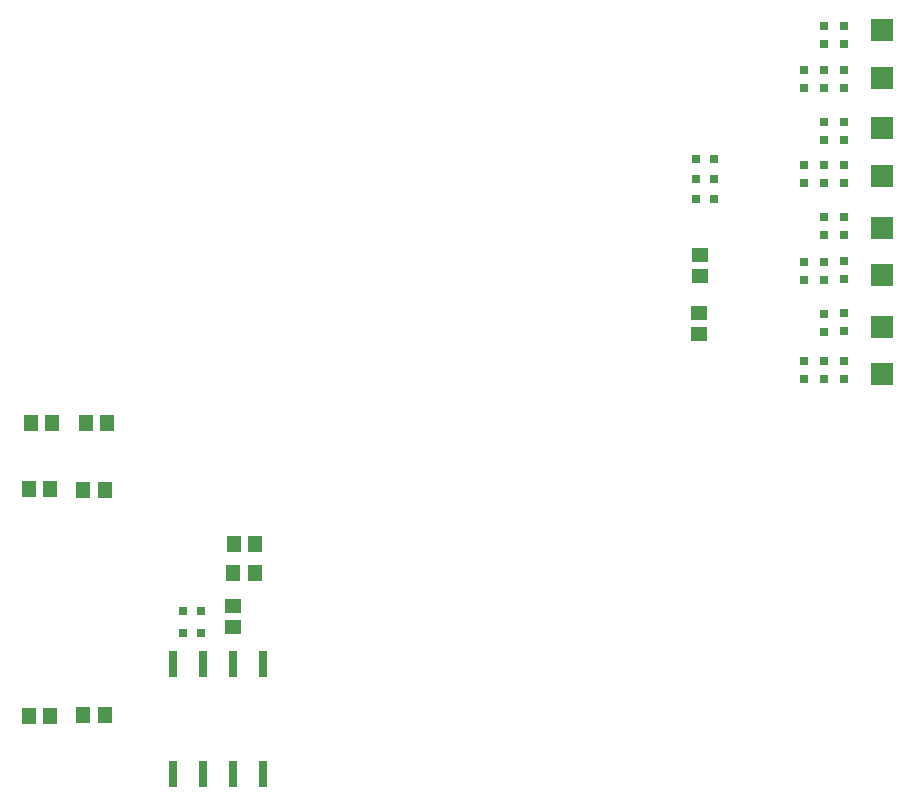
<source format=gbr>
G70*
%FSLAX55Y55*%
%ADD11R,0.03000X0.03000*%
%ADD12R,0.04724X0.05512*%
%ADD13R,0.05512X0.04724*%
%ADD14R,0.02756X0.08661*%
%ADD15R,0.07500X0.07500*%
D11*
X62264Y75991D03*
X68264Y75991D03*
D12*
X86091Y88668D03*
X79004Y88668D03*
X36878Y138668D03*
X29791Y138668D03*
X10854Y41227D03*
X17941Y41227D03*
X10854Y116817D03*
X17941Y116817D03*
D13*
X234634Y187841D03*
X234634Y194928D03*
X78965Y77920D03*
X78965Y70833D03*
D11*
X269201Y186376D03*
X269201Y192376D03*
X282587Y256550D03*
X282587Y250550D03*
D12*
X79083Y98353D03*
X86169Y98353D03*
X11642Y138865D03*
X18728Y138865D03*
D14*
X88827Y58471D03*
X78827Y58471D03*
X68827Y58471D03*
X58827Y58471D03*
X58827Y21857D03*
X68827Y21857D03*
X78827Y21857D03*
X88827Y21857D03*
D11*
X282587Y207337D03*
X282587Y201337D03*
X269201Y153306D03*
X269201Y159306D03*
X275894Y250550D03*
X275894Y256550D03*
X275894Y153306D03*
X275894Y159306D03*
X269201Y250550D03*
X269201Y256550D03*
X239130Y213392D03*
X233130Y213392D03*
X62264Y68904D03*
X68264Y68904D03*
D12*
X36091Y116620D03*
X29004Y116620D03*
D11*
X275894Y169054D03*
X275894Y175054D03*
D12*
X36091Y41424D03*
X29004Y41424D03*
D15*
X295185Y253943D03*
X295185Y269691D03*
D11*
X282587Y159306D03*
X282587Y153306D03*
X282587Y192770D03*
X282587Y186770D03*
X275894Y233227D03*
X275894Y239227D03*
D13*
X234083Y175557D03*
X234083Y168471D03*
D11*
X275894Y201337D03*
X275894Y207337D03*
X282587Y239227D03*
X282587Y233227D03*
X282587Y175298D03*
X282587Y169298D03*
X275894Y218660D03*
X275894Y224660D03*
X275894Y265117D03*
X275894Y271117D03*
X239130Y220085D03*
X233130Y220085D03*
D15*
X295185Y188195D03*
X295185Y203943D03*
D11*
X282587Y271117D03*
X282587Y265117D03*
X275894Y186376D03*
X275894Y192376D03*
X282587Y224660D03*
X282587Y218660D03*
D15*
X295185Y155124D03*
X295185Y170872D03*
X295185Y221266D03*
X295185Y237014D03*
D11*
X239130Y226778D03*
X233130Y226778D03*
X269201Y218660D03*
X269201Y224660D03*
M02*

</source>
